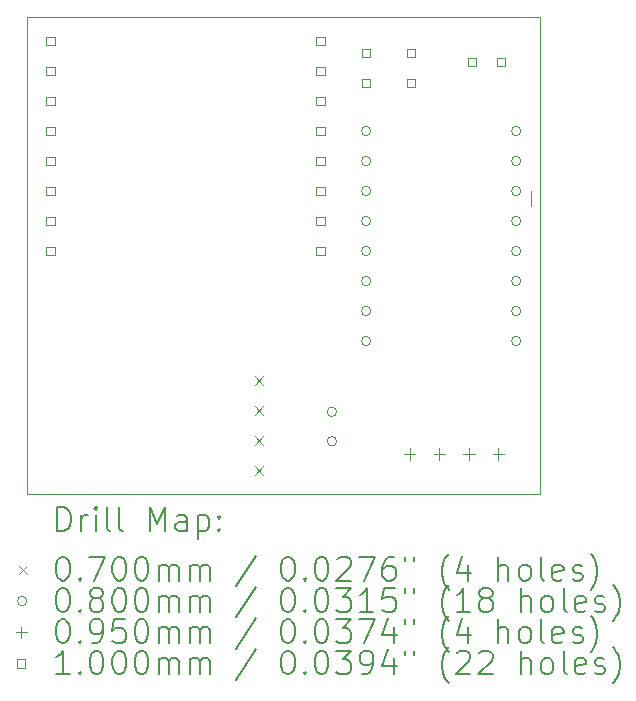
<source format=gbr>
%TF.GenerationSoftware,KiCad,Pcbnew,(6.0.7-1)-1*%
%TF.CreationDate,2022-09-04T19:45:29+02:00*%
%TF.ProjectId,PEQUENA,50455155-454e-4412-9e6b-696361645f70,rev?*%
%TF.SameCoordinates,Original*%
%TF.FileFunction,Drillmap*%
%TF.FilePolarity,Positive*%
%FSLAX45Y45*%
G04 Gerber Fmt 4.5, Leading zero omitted, Abs format (unit mm)*
G04 Created by KiCad (PCBNEW (6.0.7-1)-1) date 2022-09-04 19:45:29*
%MOMM*%
%LPD*%
G01*
G04 APERTURE LIST*
%ADD10C,0.050000*%
%ADD11C,0.200000*%
%ADD12C,0.070000*%
%ADD13C,0.080000*%
%ADD14C,0.095000*%
%ADD15C,0.100000*%
G04 APERTURE END LIST*
D10*
X8097200Y-4573200D02*
X8097200Y-4446200D01*
X3835400Y-2971800D02*
X8178800Y-2971800D01*
X8178800Y-2971800D02*
X8178800Y-7010400D01*
X8178800Y-7010400D02*
X3835400Y-7010400D01*
X3835400Y-7010400D02*
X3835400Y-2971800D01*
D11*
D12*
X5764675Y-6014675D02*
X5834675Y-6084675D01*
X5834675Y-6014675D02*
X5764675Y-6084675D01*
X5764675Y-6268675D02*
X5834675Y-6338675D01*
X5834675Y-6268675D02*
X5764675Y-6338675D01*
X5764675Y-6522675D02*
X5834675Y-6592675D01*
X5834675Y-6522675D02*
X5764675Y-6592675D01*
X5764675Y-6776675D02*
X5834675Y-6846675D01*
X5834675Y-6776675D02*
X5764675Y-6846675D01*
D13*
X6455000Y-6314489D02*
G75*
G03*
X6455000Y-6314489I-40000J0D01*
G01*
X6455000Y-6564489D02*
G75*
G03*
X6455000Y-6564489I-40000J0D01*
G01*
X6745600Y-3937000D02*
G75*
G03*
X6745600Y-3937000I-40000J0D01*
G01*
X6745600Y-4191000D02*
G75*
G03*
X6745600Y-4191000I-40000J0D01*
G01*
X6745600Y-4445000D02*
G75*
G03*
X6745600Y-4445000I-40000J0D01*
G01*
X6745600Y-4699000D02*
G75*
G03*
X6745600Y-4699000I-40000J0D01*
G01*
X6745600Y-4953000D02*
G75*
G03*
X6745600Y-4953000I-40000J0D01*
G01*
X6745600Y-5207000D02*
G75*
G03*
X6745600Y-5207000I-40000J0D01*
G01*
X6745600Y-5461000D02*
G75*
G03*
X6745600Y-5461000I-40000J0D01*
G01*
X6745600Y-5715000D02*
G75*
G03*
X6745600Y-5715000I-40000J0D01*
G01*
X8015600Y-3937000D02*
G75*
G03*
X8015600Y-3937000I-40000J0D01*
G01*
X8015600Y-4191000D02*
G75*
G03*
X8015600Y-4191000I-40000J0D01*
G01*
X8015600Y-4445000D02*
G75*
G03*
X8015600Y-4445000I-40000J0D01*
G01*
X8015600Y-4699000D02*
G75*
G03*
X8015600Y-4699000I-40000J0D01*
G01*
X8015600Y-4953000D02*
G75*
G03*
X8015600Y-4953000I-40000J0D01*
G01*
X8015600Y-5207000D02*
G75*
G03*
X8015600Y-5207000I-40000J0D01*
G01*
X8015600Y-5461000D02*
G75*
G03*
X8015600Y-5461000I-40000J0D01*
G01*
X8015600Y-5715000D02*
G75*
G03*
X8015600Y-5715000I-40000J0D01*
G01*
D14*
X7075000Y-6625000D02*
X7075000Y-6720000D01*
X7027500Y-6672500D02*
X7122500Y-6672500D01*
X7325000Y-6625000D02*
X7325000Y-6720000D01*
X7277500Y-6672500D02*
X7372500Y-6672500D01*
X7575000Y-6625000D02*
X7575000Y-6720000D01*
X7527500Y-6672500D02*
X7622500Y-6672500D01*
X7825000Y-6625000D02*
X7825000Y-6720000D01*
X7777500Y-6672500D02*
X7872500Y-6672500D01*
D15*
X4068556Y-3211556D02*
X4068556Y-3140844D01*
X3997844Y-3140844D01*
X3997844Y-3211556D01*
X4068556Y-3211556D01*
X4068556Y-3465556D02*
X4068556Y-3394844D01*
X3997844Y-3394844D01*
X3997844Y-3465556D01*
X4068556Y-3465556D01*
X4068556Y-3719556D02*
X4068556Y-3648844D01*
X3997844Y-3648844D01*
X3997844Y-3719556D01*
X4068556Y-3719556D01*
X4068556Y-3973556D02*
X4068556Y-3902844D01*
X3997844Y-3902844D01*
X3997844Y-3973556D01*
X4068556Y-3973556D01*
X4068556Y-4227556D02*
X4068556Y-4156844D01*
X3997844Y-4156844D01*
X3997844Y-4227556D01*
X4068556Y-4227556D01*
X4068556Y-4481556D02*
X4068556Y-4410844D01*
X3997844Y-4410844D01*
X3997844Y-4481556D01*
X4068556Y-4481556D01*
X4068556Y-4735556D02*
X4068556Y-4664844D01*
X3997844Y-4664844D01*
X3997844Y-4735556D01*
X4068556Y-4735556D01*
X4068556Y-4989556D02*
X4068556Y-4918844D01*
X3997844Y-4918844D01*
X3997844Y-4989556D01*
X4068556Y-4989556D01*
X6354556Y-3211556D02*
X6354556Y-3140844D01*
X6283844Y-3140844D01*
X6283844Y-3211556D01*
X6354556Y-3211556D01*
X6354556Y-3465556D02*
X6354556Y-3394844D01*
X6283844Y-3394844D01*
X6283844Y-3465556D01*
X6354556Y-3465556D01*
X6354556Y-3719556D02*
X6354556Y-3648844D01*
X6283844Y-3648844D01*
X6283844Y-3719556D01*
X6354556Y-3719556D01*
X6354556Y-3973556D02*
X6354556Y-3902844D01*
X6283844Y-3902844D01*
X6283844Y-3973556D01*
X6354556Y-3973556D01*
X6354556Y-4227556D02*
X6354556Y-4156844D01*
X6283844Y-4156844D01*
X6283844Y-4227556D01*
X6354556Y-4227556D01*
X6354556Y-4481556D02*
X6354556Y-4410844D01*
X6283844Y-4410844D01*
X6283844Y-4481556D01*
X6354556Y-4481556D01*
X6354556Y-4735556D02*
X6354556Y-4664844D01*
X6283844Y-4664844D01*
X6283844Y-4735556D01*
X6354556Y-4735556D01*
X6354556Y-4989556D02*
X6354556Y-4918844D01*
X6283844Y-4918844D01*
X6283844Y-4989556D01*
X6354556Y-4989556D01*
X6740956Y-3311956D02*
X6740956Y-3241244D01*
X6670244Y-3241244D01*
X6670244Y-3311956D01*
X6740956Y-3311956D01*
X6740956Y-3565956D02*
X6740956Y-3495244D01*
X6670244Y-3495244D01*
X6670244Y-3565956D01*
X6740956Y-3565956D01*
X7121956Y-3311956D02*
X7121956Y-3241244D01*
X7051244Y-3241244D01*
X7051244Y-3311956D01*
X7121956Y-3311956D01*
X7121956Y-3565956D02*
X7121956Y-3495244D01*
X7051244Y-3495244D01*
X7051244Y-3565956D01*
X7121956Y-3565956D01*
X7633956Y-3388156D02*
X7633956Y-3317444D01*
X7563244Y-3317444D01*
X7563244Y-3388156D01*
X7633956Y-3388156D01*
X7883956Y-3388156D02*
X7883956Y-3317444D01*
X7813244Y-3317444D01*
X7813244Y-3388156D01*
X7883956Y-3388156D01*
D11*
X4090519Y-7323376D02*
X4090519Y-7123376D01*
X4138138Y-7123376D01*
X4166709Y-7132900D01*
X4185757Y-7151948D01*
X4195281Y-7170995D01*
X4204805Y-7209090D01*
X4204805Y-7237662D01*
X4195281Y-7275757D01*
X4185757Y-7294805D01*
X4166709Y-7313852D01*
X4138138Y-7323376D01*
X4090519Y-7323376D01*
X4290519Y-7323376D02*
X4290519Y-7190043D01*
X4290519Y-7228138D02*
X4300043Y-7209090D01*
X4309567Y-7199567D01*
X4328614Y-7190043D01*
X4347662Y-7190043D01*
X4414329Y-7323376D02*
X4414329Y-7190043D01*
X4414329Y-7123376D02*
X4404805Y-7132900D01*
X4414329Y-7142424D01*
X4423852Y-7132900D01*
X4414329Y-7123376D01*
X4414329Y-7142424D01*
X4538138Y-7323376D02*
X4519090Y-7313852D01*
X4509567Y-7294805D01*
X4509567Y-7123376D01*
X4642900Y-7323376D02*
X4623852Y-7313852D01*
X4614329Y-7294805D01*
X4614329Y-7123376D01*
X4871471Y-7323376D02*
X4871471Y-7123376D01*
X4938138Y-7266233D01*
X5004805Y-7123376D01*
X5004805Y-7323376D01*
X5185757Y-7323376D02*
X5185757Y-7218614D01*
X5176233Y-7199567D01*
X5157186Y-7190043D01*
X5119090Y-7190043D01*
X5100043Y-7199567D01*
X5185757Y-7313852D02*
X5166710Y-7323376D01*
X5119090Y-7323376D01*
X5100043Y-7313852D01*
X5090519Y-7294805D01*
X5090519Y-7275757D01*
X5100043Y-7256709D01*
X5119090Y-7247186D01*
X5166710Y-7247186D01*
X5185757Y-7237662D01*
X5280995Y-7190043D02*
X5280995Y-7390043D01*
X5280995Y-7199567D02*
X5300043Y-7190043D01*
X5338138Y-7190043D01*
X5357186Y-7199567D01*
X5366710Y-7209090D01*
X5376233Y-7228138D01*
X5376233Y-7285281D01*
X5366710Y-7304328D01*
X5357186Y-7313852D01*
X5338138Y-7323376D01*
X5300043Y-7323376D01*
X5280995Y-7313852D01*
X5461948Y-7304328D02*
X5471471Y-7313852D01*
X5461948Y-7323376D01*
X5452424Y-7313852D01*
X5461948Y-7304328D01*
X5461948Y-7323376D01*
X5461948Y-7199567D02*
X5471471Y-7209090D01*
X5461948Y-7218614D01*
X5452424Y-7209090D01*
X5461948Y-7199567D01*
X5461948Y-7218614D01*
D12*
X3762900Y-7617900D02*
X3832900Y-7687900D01*
X3832900Y-7617900D02*
X3762900Y-7687900D01*
D11*
X4128614Y-7543376D02*
X4147662Y-7543376D01*
X4166709Y-7552900D01*
X4176233Y-7562424D01*
X4185757Y-7581471D01*
X4195281Y-7619567D01*
X4195281Y-7667186D01*
X4185757Y-7705281D01*
X4176233Y-7724328D01*
X4166709Y-7733852D01*
X4147662Y-7743376D01*
X4128614Y-7743376D01*
X4109567Y-7733852D01*
X4100043Y-7724328D01*
X4090519Y-7705281D01*
X4080995Y-7667186D01*
X4080995Y-7619567D01*
X4090519Y-7581471D01*
X4100043Y-7562424D01*
X4109567Y-7552900D01*
X4128614Y-7543376D01*
X4280995Y-7724328D02*
X4290519Y-7733852D01*
X4280995Y-7743376D01*
X4271471Y-7733852D01*
X4280995Y-7724328D01*
X4280995Y-7743376D01*
X4357186Y-7543376D02*
X4490519Y-7543376D01*
X4404805Y-7743376D01*
X4604805Y-7543376D02*
X4623852Y-7543376D01*
X4642900Y-7552900D01*
X4652424Y-7562424D01*
X4661948Y-7581471D01*
X4671471Y-7619567D01*
X4671471Y-7667186D01*
X4661948Y-7705281D01*
X4652424Y-7724328D01*
X4642900Y-7733852D01*
X4623852Y-7743376D01*
X4604805Y-7743376D01*
X4585757Y-7733852D01*
X4576233Y-7724328D01*
X4566710Y-7705281D01*
X4557186Y-7667186D01*
X4557186Y-7619567D01*
X4566710Y-7581471D01*
X4576233Y-7562424D01*
X4585757Y-7552900D01*
X4604805Y-7543376D01*
X4795281Y-7543376D02*
X4814329Y-7543376D01*
X4833376Y-7552900D01*
X4842900Y-7562424D01*
X4852424Y-7581471D01*
X4861948Y-7619567D01*
X4861948Y-7667186D01*
X4852424Y-7705281D01*
X4842900Y-7724328D01*
X4833376Y-7733852D01*
X4814329Y-7743376D01*
X4795281Y-7743376D01*
X4776233Y-7733852D01*
X4766710Y-7724328D01*
X4757186Y-7705281D01*
X4747662Y-7667186D01*
X4747662Y-7619567D01*
X4757186Y-7581471D01*
X4766710Y-7562424D01*
X4776233Y-7552900D01*
X4795281Y-7543376D01*
X4947662Y-7743376D02*
X4947662Y-7610043D01*
X4947662Y-7629090D02*
X4957186Y-7619567D01*
X4976233Y-7610043D01*
X5004805Y-7610043D01*
X5023852Y-7619567D01*
X5033376Y-7638614D01*
X5033376Y-7743376D01*
X5033376Y-7638614D02*
X5042900Y-7619567D01*
X5061948Y-7610043D01*
X5090519Y-7610043D01*
X5109567Y-7619567D01*
X5119090Y-7638614D01*
X5119090Y-7743376D01*
X5214329Y-7743376D02*
X5214329Y-7610043D01*
X5214329Y-7629090D02*
X5223852Y-7619567D01*
X5242900Y-7610043D01*
X5271471Y-7610043D01*
X5290519Y-7619567D01*
X5300043Y-7638614D01*
X5300043Y-7743376D01*
X5300043Y-7638614D02*
X5309567Y-7619567D01*
X5328614Y-7610043D01*
X5357186Y-7610043D01*
X5376233Y-7619567D01*
X5385757Y-7638614D01*
X5385757Y-7743376D01*
X5776233Y-7533852D02*
X5604805Y-7790995D01*
X6033376Y-7543376D02*
X6052424Y-7543376D01*
X6071471Y-7552900D01*
X6080995Y-7562424D01*
X6090519Y-7581471D01*
X6100043Y-7619567D01*
X6100043Y-7667186D01*
X6090519Y-7705281D01*
X6080995Y-7724328D01*
X6071471Y-7733852D01*
X6052424Y-7743376D01*
X6033376Y-7743376D01*
X6014328Y-7733852D01*
X6004805Y-7724328D01*
X5995281Y-7705281D01*
X5985757Y-7667186D01*
X5985757Y-7619567D01*
X5995281Y-7581471D01*
X6004805Y-7562424D01*
X6014328Y-7552900D01*
X6033376Y-7543376D01*
X6185757Y-7724328D02*
X6195281Y-7733852D01*
X6185757Y-7743376D01*
X6176233Y-7733852D01*
X6185757Y-7724328D01*
X6185757Y-7743376D01*
X6319090Y-7543376D02*
X6338138Y-7543376D01*
X6357186Y-7552900D01*
X6366709Y-7562424D01*
X6376233Y-7581471D01*
X6385757Y-7619567D01*
X6385757Y-7667186D01*
X6376233Y-7705281D01*
X6366709Y-7724328D01*
X6357186Y-7733852D01*
X6338138Y-7743376D01*
X6319090Y-7743376D01*
X6300043Y-7733852D01*
X6290519Y-7724328D01*
X6280995Y-7705281D01*
X6271471Y-7667186D01*
X6271471Y-7619567D01*
X6280995Y-7581471D01*
X6290519Y-7562424D01*
X6300043Y-7552900D01*
X6319090Y-7543376D01*
X6461948Y-7562424D02*
X6471471Y-7552900D01*
X6490519Y-7543376D01*
X6538138Y-7543376D01*
X6557186Y-7552900D01*
X6566709Y-7562424D01*
X6576233Y-7581471D01*
X6576233Y-7600519D01*
X6566709Y-7629090D01*
X6452424Y-7743376D01*
X6576233Y-7743376D01*
X6642900Y-7543376D02*
X6776233Y-7543376D01*
X6690519Y-7743376D01*
X6938138Y-7543376D02*
X6900043Y-7543376D01*
X6880995Y-7552900D01*
X6871471Y-7562424D01*
X6852424Y-7590995D01*
X6842900Y-7629090D01*
X6842900Y-7705281D01*
X6852424Y-7724328D01*
X6861948Y-7733852D01*
X6880995Y-7743376D01*
X6919090Y-7743376D01*
X6938138Y-7733852D01*
X6947662Y-7724328D01*
X6957186Y-7705281D01*
X6957186Y-7657662D01*
X6947662Y-7638614D01*
X6938138Y-7629090D01*
X6919090Y-7619567D01*
X6880995Y-7619567D01*
X6861948Y-7629090D01*
X6852424Y-7638614D01*
X6842900Y-7657662D01*
X7033376Y-7543376D02*
X7033376Y-7581471D01*
X7109567Y-7543376D02*
X7109567Y-7581471D01*
X7404805Y-7819567D02*
X7395281Y-7810043D01*
X7376233Y-7781471D01*
X7366709Y-7762424D01*
X7357186Y-7733852D01*
X7347662Y-7686233D01*
X7347662Y-7648138D01*
X7357186Y-7600519D01*
X7366709Y-7571948D01*
X7376233Y-7552900D01*
X7395281Y-7524328D01*
X7404805Y-7514805D01*
X7566709Y-7610043D02*
X7566709Y-7743376D01*
X7519090Y-7533852D02*
X7471471Y-7676709D01*
X7595281Y-7676709D01*
X7823852Y-7743376D02*
X7823852Y-7543376D01*
X7909567Y-7743376D02*
X7909567Y-7638614D01*
X7900043Y-7619567D01*
X7880995Y-7610043D01*
X7852424Y-7610043D01*
X7833376Y-7619567D01*
X7823852Y-7629090D01*
X8033376Y-7743376D02*
X8014328Y-7733852D01*
X8004805Y-7724328D01*
X7995281Y-7705281D01*
X7995281Y-7648138D01*
X8004805Y-7629090D01*
X8014328Y-7619567D01*
X8033376Y-7610043D01*
X8061948Y-7610043D01*
X8080995Y-7619567D01*
X8090519Y-7629090D01*
X8100043Y-7648138D01*
X8100043Y-7705281D01*
X8090519Y-7724328D01*
X8080995Y-7733852D01*
X8061948Y-7743376D01*
X8033376Y-7743376D01*
X8214328Y-7743376D02*
X8195281Y-7733852D01*
X8185757Y-7714805D01*
X8185757Y-7543376D01*
X8366709Y-7733852D02*
X8347662Y-7743376D01*
X8309567Y-7743376D01*
X8290519Y-7733852D01*
X8280995Y-7714805D01*
X8280995Y-7638614D01*
X8290519Y-7619567D01*
X8309567Y-7610043D01*
X8347662Y-7610043D01*
X8366709Y-7619567D01*
X8376233Y-7638614D01*
X8376233Y-7657662D01*
X8280995Y-7676709D01*
X8452424Y-7733852D02*
X8471471Y-7743376D01*
X8509567Y-7743376D01*
X8528614Y-7733852D01*
X8538138Y-7714805D01*
X8538138Y-7705281D01*
X8528614Y-7686233D01*
X8509567Y-7676709D01*
X8480995Y-7676709D01*
X8461948Y-7667186D01*
X8452424Y-7648138D01*
X8452424Y-7638614D01*
X8461948Y-7619567D01*
X8480995Y-7610043D01*
X8509567Y-7610043D01*
X8528614Y-7619567D01*
X8604805Y-7819567D02*
X8614329Y-7810043D01*
X8633376Y-7781471D01*
X8642900Y-7762424D01*
X8652424Y-7733852D01*
X8661948Y-7686233D01*
X8661948Y-7648138D01*
X8652424Y-7600519D01*
X8642900Y-7571948D01*
X8633376Y-7552900D01*
X8614329Y-7524328D01*
X8604805Y-7514805D01*
D13*
X3832900Y-7916900D02*
G75*
G03*
X3832900Y-7916900I-40000J0D01*
G01*
D11*
X4128614Y-7807376D02*
X4147662Y-7807376D01*
X4166709Y-7816900D01*
X4176233Y-7826424D01*
X4185757Y-7845471D01*
X4195281Y-7883567D01*
X4195281Y-7931186D01*
X4185757Y-7969281D01*
X4176233Y-7988328D01*
X4166709Y-7997852D01*
X4147662Y-8007376D01*
X4128614Y-8007376D01*
X4109567Y-7997852D01*
X4100043Y-7988328D01*
X4090519Y-7969281D01*
X4080995Y-7931186D01*
X4080995Y-7883567D01*
X4090519Y-7845471D01*
X4100043Y-7826424D01*
X4109567Y-7816900D01*
X4128614Y-7807376D01*
X4280995Y-7988328D02*
X4290519Y-7997852D01*
X4280995Y-8007376D01*
X4271471Y-7997852D01*
X4280995Y-7988328D01*
X4280995Y-8007376D01*
X4404805Y-7893090D02*
X4385757Y-7883567D01*
X4376233Y-7874043D01*
X4366710Y-7854995D01*
X4366710Y-7845471D01*
X4376233Y-7826424D01*
X4385757Y-7816900D01*
X4404805Y-7807376D01*
X4442900Y-7807376D01*
X4461948Y-7816900D01*
X4471471Y-7826424D01*
X4480995Y-7845471D01*
X4480995Y-7854995D01*
X4471471Y-7874043D01*
X4461948Y-7883567D01*
X4442900Y-7893090D01*
X4404805Y-7893090D01*
X4385757Y-7902614D01*
X4376233Y-7912138D01*
X4366710Y-7931186D01*
X4366710Y-7969281D01*
X4376233Y-7988328D01*
X4385757Y-7997852D01*
X4404805Y-8007376D01*
X4442900Y-8007376D01*
X4461948Y-7997852D01*
X4471471Y-7988328D01*
X4480995Y-7969281D01*
X4480995Y-7931186D01*
X4471471Y-7912138D01*
X4461948Y-7902614D01*
X4442900Y-7893090D01*
X4604805Y-7807376D02*
X4623852Y-7807376D01*
X4642900Y-7816900D01*
X4652424Y-7826424D01*
X4661948Y-7845471D01*
X4671471Y-7883567D01*
X4671471Y-7931186D01*
X4661948Y-7969281D01*
X4652424Y-7988328D01*
X4642900Y-7997852D01*
X4623852Y-8007376D01*
X4604805Y-8007376D01*
X4585757Y-7997852D01*
X4576233Y-7988328D01*
X4566710Y-7969281D01*
X4557186Y-7931186D01*
X4557186Y-7883567D01*
X4566710Y-7845471D01*
X4576233Y-7826424D01*
X4585757Y-7816900D01*
X4604805Y-7807376D01*
X4795281Y-7807376D02*
X4814329Y-7807376D01*
X4833376Y-7816900D01*
X4842900Y-7826424D01*
X4852424Y-7845471D01*
X4861948Y-7883567D01*
X4861948Y-7931186D01*
X4852424Y-7969281D01*
X4842900Y-7988328D01*
X4833376Y-7997852D01*
X4814329Y-8007376D01*
X4795281Y-8007376D01*
X4776233Y-7997852D01*
X4766710Y-7988328D01*
X4757186Y-7969281D01*
X4747662Y-7931186D01*
X4747662Y-7883567D01*
X4757186Y-7845471D01*
X4766710Y-7826424D01*
X4776233Y-7816900D01*
X4795281Y-7807376D01*
X4947662Y-8007376D02*
X4947662Y-7874043D01*
X4947662Y-7893090D02*
X4957186Y-7883567D01*
X4976233Y-7874043D01*
X5004805Y-7874043D01*
X5023852Y-7883567D01*
X5033376Y-7902614D01*
X5033376Y-8007376D01*
X5033376Y-7902614D02*
X5042900Y-7883567D01*
X5061948Y-7874043D01*
X5090519Y-7874043D01*
X5109567Y-7883567D01*
X5119090Y-7902614D01*
X5119090Y-8007376D01*
X5214329Y-8007376D02*
X5214329Y-7874043D01*
X5214329Y-7893090D02*
X5223852Y-7883567D01*
X5242900Y-7874043D01*
X5271471Y-7874043D01*
X5290519Y-7883567D01*
X5300043Y-7902614D01*
X5300043Y-8007376D01*
X5300043Y-7902614D02*
X5309567Y-7883567D01*
X5328614Y-7874043D01*
X5357186Y-7874043D01*
X5376233Y-7883567D01*
X5385757Y-7902614D01*
X5385757Y-8007376D01*
X5776233Y-7797852D02*
X5604805Y-8054995D01*
X6033376Y-7807376D02*
X6052424Y-7807376D01*
X6071471Y-7816900D01*
X6080995Y-7826424D01*
X6090519Y-7845471D01*
X6100043Y-7883567D01*
X6100043Y-7931186D01*
X6090519Y-7969281D01*
X6080995Y-7988328D01*
X6071471Y-7997852D01*
X6052424Y-8007376D01*
X6033376Y-8007376D01*
X6014328Y-7997852D01*
X6004805Y-7988328D01*
X5995281Y-7969281D01*
X5985757Y-7931186D01*
X5985757Y-7883567D01*
X5995281Y-7845471D01*
X6004805Y-7826424D01*
X6014328Y-7816900D01*
X6033376Y-7807376D01*
X6185757Y-7988328D02*
X6195281Y-7997852D01*
X6185757Y-8007376D01*
X6176233Y-7997852D01*
X6185757Y-7988328D01*
X6185757Y-8007376D01*
X6319090Y-7807376D02*
X6338138Y-7807376D01*
X6357186Y-7816900D01*
X6366709Y-7826424D01*
X6376233Y-7845471D01*
X6385757Y-7883567D01*
X6385757Y-7931186D01*
X6376233Y-7969281D01*
X6366709Y-7988328D01*
X6357186Y-7997852D01*
X6338138Y-8007376D01*
X6319090Y-8007376D01*
X6300043Y-7997852D01*
X6290519Y-7988328D01*
X6280995Y-7969281D01*
X6271471Y-7931186D01*
X6271471Y-7883567D01*
X6280995Y-7845471D01*
X6290519Y-7826424D01*
X6300043Y-7816900D01*
X6319090Y-7807376D01*
X6452424Y-7807376D02*
X6576233Y-7807376D01*
X6509567Y-7883567D01*
X6538138Y-7883567D01*
X6557186Y-7893090D01*
X6566709Y-7902614D01*
X6576233Y-7921662D01*
X6576233Y-7969281D01*
X6566709Y-7988328D01*
X6557186Y-7997852D01*
X6538138Y-8007376D01*
X6480995Y-8007376D01*
X6461948Y-7997852D01*
X6452424Y-7988328D01*
X6766709Y-8007376D02*
X6652424Y-8007376D01*
X6709567Y-8007376D02*
X6709567Y-7807376D01*
X6690519Y-7835948D01*
X6671471Y-7854995D01*
X6652424Y-7864519D01*
X6947662Y-7807376D02*
X6852424Y-7807376D01*
X6842900Y-7902614D01*
X6852424Y-7893090D01*
X6871471Y-7883567D01*
X6919090Y-7883567D01*
X6938138Y-7893090D01*
X6947662Y-7902614D01*
X6957186Y-7921662D01*
X6957186Y-7969281D01*
X6947662Y-7988328D01*
X6938138Y-7997852D01*
X6919090Y-8007376D01*
X6871471Y-8007376D01*
X6852424Y-7997852D01*
X6842900Y-7988328D01*
X7033376Y-7807376D02*
X7033376Y-7845471D01*
X7109567Y-7807376D02*
X7109567Y-7845471D01*
X7404805Y-8083567D02*
X7395281Y-8074043D01*
X7376233Y-8045471D01*
X7366709Y-8026424D01*
X7357186Y-7997852D01*
X7347662Y-7950233D01*
X7347662Y-7912138D01*
X7357186Y-7864519D01*
X7366709Y-7835948D01*
X7376233Y-7816900D01*
X7395281Y-7788328D01*
X7404805Y-7778805D01*
X7585757Y-8007376D02*
X7471471Y-8007376D01*
X7528614Y-8007376D02*
X7528614Y-7807376D01*
X7509567Y-7835948D01*
X7490519Y-7854995D01*
X7471471Y-7864519D01*
X7700043Y-7893090D02*
X7680995Y-7883567D01*
X7671471Y-7874043D01*
X7661948Y-7854995D01*
X7661948Y-7845471D01*
X7671471Y-7826424D01*
X7680995Y-7816900D01*
X7700043Y-7807376D01*
X7738138Y-7807376D01*
X7757186Y-7816900D01*
X7766709Y-7826424D01*
X7776233Y-7845471D01*
X7776233Y-7854995D01*
X7766709Y-7874043D01*
X7757186Y-7883567D01*
X7738138Y-7893090D01*
X7700043Y-7893090D01*
X7680995Y-7902614D01*
X7671471Y-7912138D01*
X7661948Y-7931186D01*
X7661948Y-7969281D01*
X7671471Y-7988328D01*
X7680995Y-7997852D01*
X7700043Y-8007376D01*
X7738138Y-8007376D01*
X7757186Y-7997852D01*
X7766709Y-7988328D01*
X7776233Y-7969281D01*
X7776233Y-7931186D01*
X7766709Y-7912138D01*
X7757186Y-7902614D01*
X7738138Y-7893090D01*
X8014328Y-8007376D02*
X8014328Y-7807376D01*
X8100043Y-8007376D02*
X8100043Y-7902614D01*
X8090519Y-7883567D01*
X8071471Y-7874043D01*
X8042900Y-7874043D01*
X8023852Y-7883567D01*
X8014328Y-7893090D01*
X8223852Y-8007376D02*
X8204805Y-7997852D01*
X8195281Y-7988328D01*
X8185757Y-7969281D01*
X8185757Y-7912138D01*
X8195281Y-7893090D01*
X8204805Y-7883567D01*
X8223852Y-7874043D01*
X8252424Y-7874043D01*
X8271471Y-7883567D01*
X8280995Y-7893090D01*
X8290519Y-7912138D01*
X8290519Y-7969281D01*
X8280995Y-7988328D01*
X8271471Y-7997852D01*
X8252424Y-8007376D01*
X8223852Y-8007376D01*
X8404805Y-8007376D02*
X8385757Y-7997852D01*
X8376233Y-7978805D01*
X8376233Y-7807376D01*
X8557186Y-7997852D02*
X8538138Y-8007376D01*
X8500043Y-8007376D01*
X8480995Y-7997852D01*
X8471471Y-7978805D01*
X8471471Y-7902614D01*
X8480995Y-7883567D01*
X8500043Y-7874043D01*
X8538138Y-7874043D01*
X8557186Y-7883567D01*
X8566710Y-7902614D01*
X8566710Y-7921662D01*
X8471471Y-7940709D01*
X8642900Y-7997852D02*
X8661948Y-8007376D01*
X8700043Y-8007376D01*
X8719090Y-7997852D01*
X8728614Y-7978805D01*
X8728614Y-7969281D01*
X8719090Y-7950233D01*
X8700043Y-7940709D01*
X8671471Y-7940709D01*
X8652424Y-7931186D01*
X8642900Y-7912138D01*
X8642900Y-7902614D01*
X8652424Y-7883567D01*
X8671471Y-7874043D01*
X8700043Y-7874043D01*
X8719090Y-7883567D01*
X8795281Y-8083567D02*
X8804805Y-8074043D01*
X8823852Y-8045471D01*
X8833376Y-8026424D01*
X8842900Y-7997852D01*
X8852424Y-7950233D01*
X8852424Y-7912138D01*
X8842900Y-7864519D01*
X8833376Y-7835948D01*
X8823852Y-7816900D01*
X8804805Y-7788328D01*
X8795281Y-7778805D01*
D14*
X3785400Y-8133400D02*
X3785400Y-8228400D01*
X3737900Y-8180900D02*
X3832900Y-8180900D01*
D11*
X4128614Y-8071376D02*
X4147662Y-8071376D01*
X4166709Y-8080900D01*
X4176233Y-8090424D01*
X4185757Y-8109471D01*
X4195281Y-8147567D01*
X4195281Y-8195186D01*
X4185757Y-8233281D01*
X4176233Y-8252328D01*
X4166709Y-8261852D01*
X4147662Y-8271376D01*
X4128614Y-8271376D01*
X4109567Y-8261852D01*
X4100043Y-8252328D01*
X4090519Y-8233281D01*
X4080995Y-8195186D01*
X4080995Y-8147567D01*
X4090519Y-8109471D01*
X4100043Y-8090424D01*
X4109567Y-8080900D01*
X4128614Y-8071376D01*
X4280995Y-8252328D02*
X4290519Y-8261852D01*
X4280995Y-8271376D01*
X4271471Y-8261852D01*
X4280995Y-8252328D01*
X4280995Y-8271376D01*
X4385757Y-8271376D02*
X4423852Y-8271376D01*
X4442900Y-8261852D01*
X4452424Y-8252328D01*
X4471471Y-8223757D01*
X4480995Y-8185662D01*
X4480995Y-8109471D01*
X4471471Y-8090424D01*
X4461948Y-8080900D01*
X4442900Y-8071376D01*
X4404805Y-8071376D01*
X4385757Y-8080900D01*
X4376233Y-8090424D01*
X4366710Y-8109471D01*
X4366710Y-8157090D01*
X4376233Y-8176138D01*
X4385757Y-8185662D01*
X4404805Y-8195186D01*
X4442900Y-8195186D01*
X4461948Y-8185662D01*
X4471471Y-8176138D01*
X4480995Y-8157090D01*
X4661948Y-8071376D02*
X4566710Y-8071376D01*
X4557186Y-8166614D01*
X4566710Y-8157090D01*
X4585757Y-8147567D01*
X4633376Y-8147567D01*
X4652424Y-8157090D01*
X4661948Y-8166614D01*
X4671471Y-8185662D01*
X4671471Y-8233281D01*
X4661948Y-8252328D01*
X4652424Y-8261852D01*
X4633376Y-8271376D01*
X4585757Y-8271376D01*
X4566710Y-8261852D01*
X4557186Y-8252328D01*
X4795281Y-8071376D02*
X4814329Y-8071376D01*
X4833376Y-8080900D01*
X4842900Y-8090424D01*
X4852424Y-8109471D01*
X4861948Y-8147567D01*
X4861948Y-8195186D01*
X4852424Y-8233281D01*
X4842900Y-8252328D01*
X4833376Y-8261852D01*
X4814329Y-8271376D01*
X4795281Y-8271376D01*
X4776233Y-8261852D01*
X4766710Y-8252328D01*
X4757186Y-8233281D01*
X4747662Y-8195186D01*
X4747662Y-8147567D01*
X4757186Y-8109471D01*
X4766710Y-8090424D01*
X4776233Y-8080900D01*
X4795281Y-8071376D01*
X4947662Y-8271376D02*
X4947662Y-8138043D01*
X4947662Y-8157090D02*
X4957186Y-8147567D01*
X4976233Y-8138043D01*
X5004805Y-8138043D01*
X5023852Y-8147567D01*
X5033376Y-8166614D01*
X5033376Y-8271376D01*
X5033376Y-8166614D02*
X5042900Y-8147567D01*
X5061948Y-8138043D01*
X5090519Y-8138043D01*
X5109567Y-8147567D01*
X5119090Y-8166614D01*
X5119090Y-8271376D01*
X5214329Y-8271376D02*
X5214329Y-8138043D01*
X5214329Y-8157090D02*
X5223852Y-8147567D01*
X5242900Y-8138043D01*
X5271471Y-8138043D01*
X5290519Y-8147567D01*
X5300043Y-8166614D01*
X5300043Y-8271376D01*
X5300043Y-8166614D02*
X5309567Y-8147567D01*
X5328614Y-8138043D01*
X5357186Y-8138043D01*
X5376233Y-8147567D01*
X5385757Y-8166614D01*
X5385757Y-8271376D01*
X5776233Y-8061852D02*
X5604805Y-8318995D01*
X6033376Y-8071376D02*
X6052424Y-8071376D01*
X6071471Y-8080900D01*
X6080995Y-8090424D01*
X6090519Y-8109471D01*
X6100043Y-8147567D01*
X6100043Y-8195186D01*
X6090519Y-8233281D01*
X6080995Y-8252328D01*
X6071471Y-8261852D01*
X6052424Y-8271376D01*
X6033376Y-8271376D01*
X6014328Y-8261852D01*
X6004805Y-8252328D01*
X5995281Y-8233281D01*
X5985757Y-8195186D01*
X5985757Y-8147567D01*
X5995281Y-8109471D01*
X6004805Y-8090424D01*
X6014328Y-8080900D01*
X6033376Y-8071376D01*
X6185757Y-8252328D02*
X6195281Y-8261852D01*
X6185757Y-8271376D01*
X6176233Y-8261852D01*
X6185757Y-8252328D01*
X6185757Y-8271376D01*
X6319090Y-8071376D02*
X6338138Y-8071376D01*
X6357186Y-8080900D01*
X6366709Y-8090424D01*
X6376233Y-8109471D01*
X6385757Y-8147567D01*
X6385757Y-8195186D01*
X6376233Y-8233281D01*
X6366709Y-8252328D01*
X6357186Y-8261852D01*
X6338138Y-8271376D01*
X6319090Y-8271376D01*
X6300043Y-8261852D01*
X6290519Y-8252328D01*
X6280995Y-8233281D01*
X6271471Y-8195186D01*
X6271471Y-8147567D01*
X6280995Y-8109471D01*
X6290519Y-8090424D01*
X6300043Y-8080900D01*
X6319090Y-8071376D01*
X6452424Y-8071376D02*
X6576233Y-8071376D01*
X6509567Y-8147567D01*
X6538138Y-8147567D01*
X6557186Y-8157090D01*
X6566709Y-8166614D01*
X6576233Y-8185662D01*
X6576233Y-8233281D01*
X6566709Y-8252328D01*
X6557186Y-8261852D01*
X6538138Y-8271376D01*
X6480995Y-8271376D01*
X6461948Y-8261852D01*
X6452424Y-8252328D01*
X6642900Y-8071376D02*
X6776233Y-8071376D01*
X6690519Y-8271376D01*
X6938138Y-8138043D02*
X6938138Y-8271376D01*
X6890519Y-8061852D02*
X6842900Y-8204709D01*
X6966709Y-8204709D01*
X7033376Y-8071376D02*
X7033376Y-8109471D01*
X7109567Y-8071376D02*
X7109567Y-8109471D01*
X7404805Y-8347567D02*
X7395281Y-8338043D01*
X7376233Y-8309471D01*
X7366709Y-8290424D01*
X7357186Y-8261852D01*
X7347662Y-8214233D01*
X7347662Y-8176138D01*
X7357186Y-8128519D01*
X7366709Y-8099948D01*
X7376233Y-8080900D01*
X7395281Y-8052328D01*
X7404805Y-8042805D01*
X7566709Y-8138043D02*
X7566709Y-8271376D01*
X7519090Y-8061852D02*
X7471471Y-8204709D01*
X7595281Y-8204709D01*
X7823852Y-8271376D02*
X7823852Y-8071376D01*
X7909567Y-8271376D02*
X7909567Y-8166614D01*
X7900043Y-8147567D01*
X7880995Y-8138043D01*
X7852424Y-8138043D01*
X7833376Y-8147567D01*
X7823852Y-8157090D01*
X8033376Y-8271376D02*
X8014328Y-8261852D01*
X8004805Y-8252328D01*
X7995281Y-8233281D01*
X7995281Y-8176138D01*
X8004805Y-8157090D01*
X8014328Y-8147567D01*
X8033376Y-8138043D01*
X8061948Y-8138043D01*
X8080995Y-8147567D01*
X8090519Y-8157090D01*
X8100043Y-8176138D01*
X8100043Y-8233281D01*
X8090519Y-8252328D01*
X8080995Y-8261852D01*
X8061948Y-8271376D01*
X8033376Y-8271376D01*
X8214328Y-8271376D02*
X8195281Y-8261852D01*
X8185757Y-8242805D01*
X8185757Y-8071376D01*
X8366709Y-8261852D02*
X8347662Y-8271376D01*
X8309567Y-8271376D01*
X8290519Y-8261852D01*
X8280995Y-8242805D01*
X8280995Y-8166614D01*
X8290519Y-8147567D01*
X8309567Y-8138043D01*
X8347662Y-8138043D01*
X8366709Y-8147567D01*
X8376233Y-8166614D01*
X8376233Y-8185662D01*
X8280995Y-8204709D01*
X8452424Y-8261852D02*
X8471471Y-8271376D01*
X8509567Y-8271376D01*
X8528614Y-8261852D01*
X8538138Y-8242805D01*
X8538138Y-8233281D01*
X8528614Y-8214233D01*
X8509567Y-8204709D01*
X8480995Y-8204709D01*
X8461948Y-8195186D01*
X8452424Y-8176138D01*
X8452424Y-8166614D01*
X8461948Y-8147567D01*
X8480995Y-8138043D01*
X8509567Y-8138043D01*
X8528614Y-8147567D01*
X8604805Y-8347567D02*
X8614329Y-8338043D01*
X8633376Y-8309471D01*
X8642900Y-8290424D01*
X8652424Y-8261852D01*
X8661948Y-8214233D01*
X8661948Y-8176138D01*
X8652424Y-8128519D01*
X8642900Y-8099948D01*
X8633376Y-8080900D01*
X8614329Y-8052328D01*
X8604805Y-8042805D01*
D15*
X3818256Y-8480256D02*
X3818256Y-8409544D01*
X3747544Y-8409544D01*
X3747544Y-8480256D01*
X3818256Y-8480256D01*
D11*
X4195281Y-8535376D02*
X4080995Y-8535376D01*
X4138138Y-8535376D02*
X4138138Y-8335376D01*
X4119090Y-8363948D01*
X4100043Y-8382995D01*
X4080995Y-8392519D01*
X4280995Y-8516329D02*
X4290519Y-8525852D01*
X4280995Y-8535376D01*
X4271471Y-8525852D01*
X4280995Y-8516329D01*
X4280995Y-8535376D01*
X4414329Y-8335376D02*
X4433376Y-8335376D01*
X4452424Y-8344900D01*
X4461948Y-8354424D01*
X4471471Y-8373471D01*
X4480995Y-8411567D01*
X4480995Y-8459186D01*
X4471471Y-8497281D01*
X4461948Y-8516329D01*
X4452424Y-8525852D01*
X4433376Y-8535376D01*
X4414329Y-8535376D01*
X4395281Y-8525852D01*
X4385757Y-8516329D01*
X4376233Y-8497281D01*
X4366710Y-8459186D01*
X4366710Y-8411567D01*
X4376233Y-8373471D01*
X4385757Y-8354424D01*
X4395281Y-8344900D01*
X4414329Y-8335376D01*
X4604805Y-8335376D02*
X4623852Y-8335376D01*
X4642900Y-8344900D01*
X4652424Y-8354424D01*
X4661948Y-8373471D01*
X4671471Y-8411567D01*
X4671471Y-8459186D01*
X4661948Y-8497281D01*
X4652424Y-8516329D01*
X4642900Y-8525852D01*
X4623852Y-8535376D01*
X4604805Y-8535376D01*
X4585757Y-8525852D01*
X4576233Y-8516329D01*
X4566710Y-8497281D01*
X4557186Y-8459186D01*
X4557186Y-8411567D01*
X4566710Y-8373471D01*
X4576233Y-8354424D01*
X4585757Y-8344900D01*
X4604805Y-8335376D01*
X4795281Y-8335376D02*
X4814329Y-8335376D01*
X4833376Y-8344900D01*
X4842900Y-8354424D01*
X4852424Y-8373471D01*
X4861948Y-8411567D01*
X4861948Y-8459186D01*
X4852424Y-8497281D01*
X4842900Y-8516329D01*
X4833376Y-8525852D01*
X4814329Y-8535376D01*
X4795281Y-8535376D01*
X4776233Y-8525852D01*
X4766710Y-8516329D01*
X4757186Y-8497281D01*
X4747662Y-8459186D01*
X4747662Y-8411567D01*
X4757186Y-8373471D01*
X4766710Y-8354424D01*
X4776233Y-8344900D01*
X4795281Y-8335376D01*
X4947662Y-8535376D02*
X4947662Y-8402043D01*
X4947662Y-8421090D02*
X4957186Y-8411567D01*
X4976233Y-8402043D01*
X5004805Y-8402043D01*
X5023852Y-8411567D01*
X5033376Y-8430614D01*
X5033376Y-8535376D01*
X5033376Y-8430614D02*
X5042900Y-8411567D01*
X5061948Y-8402043D01*
X5090519Y-8402043D01*
X5109567Y-8411567D01*
X5119090Y-8430614D01*
X5119090Y-8535376D01*
X5214329Y-8535376D02*
X5214329Y-8402043D01*
X5214329Y-8421090D02*
X5223852Y-8411567D01*
X5242900Y-8402043D01*
X5271471Y-8402043D01*
X5290519Y-8411567D01*
X5300043Y-8430614D01*
X5300043Y-8535376D01*
X5300043Y-8430614D02*
X5309567Y-8411567D01*
X5328614Y-8402043D01*
X5357186Y-8402043D01*
X5376233Y-8411567D01*
X5385757Y-8430614D01*
X5385757Y-8535376D01*
X5776233Y-8325852D02*
X5604805Y-8582995D01*
X6033376Y-8335376D02*
X6052424Y-8335376D01*
X6071471Y-8344900D01*
X6080995Y-8354424D01*
X6090519Y-8373471D01*
X6100043Y-8411567D01*
X6100043Y-8459186D01*
X6090519Y-8497281D01*
X6080995Y-8516329D01*
X6071471Y-8525852D01*
X6052424Y-8535376D01*
X6033376Y-8535376D01*
X6014328Y-8525852D01*
X6004805Y-8516329D01*
X5995281Y-8497281D01*
X5985757Y-8459186D01*
X5985757Y-8411567D01*
X5995281Y-8373471D01*
X6004805Y-8354424D01*
X6014328Y-8344900D01*
X6033376Y-8335376D01*
X6185757Y-8516329D02*
X6195281Y-8525852D01*
X6185757Y-8535376D01*
X6176233Y-8525852D01*
X6185757Y-8516329D01*
X6185757Y-8535376D01*
X6319090Y-8335376D02*
X6338138Y-8335376D01*
X6357186Y-8344900D01*
X6366709Y-8354424D01*
X6376233Y-8373471D01*
X6385757Y-8411567D01*
X6385757Y-8459186D01*
X6376233Y-8497281D01*
X6366709Y-8516329D01*
X6357186Y-8525852D01*
X6338138Y-8535376D01*
X6319090Y-8535376D01*
X6300043Y-8525852D01*
X6290519Y-8516329D01*
X6280995Y-8497281D01*
X6271471Y-8459186D01*
X6271471Y-8411567D01*
X6280995Y-8373471D01*
X6290519Y-8354424D01*
X6300043Y-8344900D01*
X6319090Y-8335376D01*
X6452424Y-8335376D02*
X6576233Y-8335376D01*
X6509567Y-8411567D01*
X6538138Y-8411567D01*
X6557186Y-8421090D01*
X6566709Y-8430614D01*
X6576233Y-8449662D01*
X6576233Y-8497281D01*
X6566709Y-8516329D01*
X6557186Y-8525852D01*
X6538138Y-8535376D01*
X6480995Y-8535376D01*
X6461948Y-8525852D01*
X6452424Y-8516329D01*
X6671471Y-8535376D02*
X6709567Y-8535376D01*
X6728614Y-8525852D01*
X6738138Y-8516329D01*
X6757186Y-8487757D01*
X6766709Y-8449662D01*
X6766709Y-8373471D01*
X6757186Y-8354424D01*
X6747662Y-8344900D01*
X6728614Y-8335376D01*
X6690519Y-8335376D01*
X6671471Y-8344900D01*
X6661948Y-8354424D01*
X6652424Y-8373471D01*
X6652424Y-8421090D01*
X6661948Y-8440138D01*
X6671471Y-8449662D01*
X6690519Y-8459186D01*
X6728614Y-8459186D01*
X6747662Y-8449662D01*
X6757186Y-8440138D01*
X6766709Y-8421090D01*
X6938138Y-8402043D02*
X6938138Y-8535376D01*
X6890519Y-8325852D02*
X6842900Y-8468710D01*
X6966709Y-8468710D01*
X7033376Y-8335376D02*
X7033376Y-8373471D01*
X7109567Y-8335376D02*
X7109567Y-8373471D01*
X7404805Y-8611567D02*
X7395281Y-8602043D01*
X7376233Y-8573471D01*
X7366709Y-8554424D01*
X7357186Y-8525852D01*
X7347662Y-8478233D01*
X7347662Y-8440138D01*
X7357186Y-8392519D01*
X7366709Y-8363948D01*
X7376233Y-8344900D01*
X7395281Y-8316328D01*
X7404805Y-8306805D01*
X7471471Y-8354424D02*
X7480995Y-8344900D01*
X7500043Y-8335376D01*
X7547662Y-8335376D01*
X7566709Y-8344900D01*
X7576233Y-8354424D01*
X7585757Y-8373471D01*
X7585757Y-8392519D01*
X7576233Y-8421090D01*
X7461948Y-8535376D01*
X7585757Y-8535376D01*
X7661948Y-8354424D02*
X7671471Y-8344900D01*
X7690519Y-8335376D01*
X7738138Y-8335376D01*
X7757186Y-8344900D01*
X7766709Y-8354424D01*
X7776233Y-8373471D01*
X7776233Y-8392519D01*
X7766709Y-8421090D01*
X7652424Y-8535376D01*
X7776233Y-8535376D01*
X8014328Y-8535376D02*
X8014328Y-8335376D01*
X8100043Y-8535376D02*
X8100043Y-8430614D01*
X8090519Y-8411567D01*
X8071471Y-8402043D01*
X8042900Y-8402043D01*
X8023852Y-8411567D01*
X8014328Y-8421090D01*
X8223852Y-8535376D02*
X8204805Y-8525852D01*
X8195281Y-8516329D01*
X8185757Y-8497281D01*
X8185757Y-8440138D01*
X8195281Y-8421090D01*
X8204805Y-8411567D01*
X8223852Y-8402043D01*
X8252424Y-8402043D01*
X8271471Y-8411567D01*
X8280995Y-8421090D01*
X8290519Y-8440138D01*
X8290519Y-8497281D01*
X8280995Y-8516329D01*
X8271471Y-8525852D01*
X8252424Y-8535376D01*
X8223852Y-8535376D01*
X8404805Y-8535376D02*
X8385757Y-8525852D01*
X8376233Y-8506805D01*
X8376233Y-8335376D01*
X8557186Y-8525852D02*
X8538138Y-8535376D01*
X8500043Y-8535376D01*
X8480995Y-8525852D01*
X8471471Y-8506805D01*
X8471471Y-8430614D01*
X8480995Y-8411567D01*
X8500043Y-8402043D01*
X8538138Y-8402043D01*
X8557186Y-8411567D01*
X8566710Y-8430614D01*
X8566710Y-8449662D01*
X8471471Y-8468710D01*
X8642900Y-8525852D02*
X8661948Y-8535376D01*
X8700043Y-8535376D01*
X8719090Y-8525852D01*
X8728614Y-8506805D01*
X8728614Y-8497281D01*
X8719090Y-8478233D01*
X8700043Y-8468710D01*
X8671471Y-8468710D01*
X8652424Y-8459186D01*
X8642900Y-8440138D01*
X8642900Y-8430614D01*
X8652424Y-8411567D01*
X8671471Y-8402043D01*
X8700043Y-8402043D01*
X8719090Y-8411567D01*
X8795281Y-8611567D02*
X8804805Y-8602043D01*
X8823852Y-8573471D01*
X8833376Y-8554424D01*
X8842900Y-8525852D01*
X8852424Y-8478233D01*
X8852424Y-8440138D01*
X8842900Y-8392519D01*
X8833376Y-8363948D01*
X8823852Y-8344900D01*
X8804805Y-8316328D01*
X8795281Y-8306805D01*
M02*

</source>
